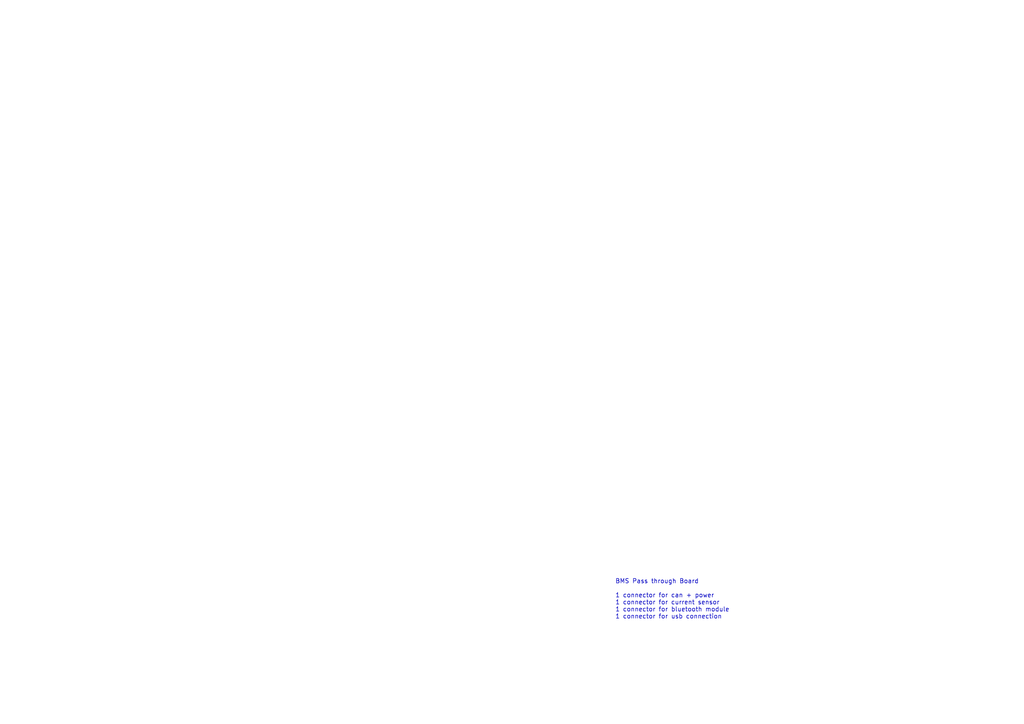
<source format=kicad_sch>
(kicad_sch (version 20211123) (generator eeschema)
  (paper "A4")
  (lib_symbols)
  (text "BMS Pass through Board\n\n1 connector for can + power\n1 connector for current sensor\n1 connector for bluetooth module\n1 connector for usb connection" (at 178.435 179.705 0) (effects (font (size 1.27 1.27)) (justify left bottom)))
)
</source>
